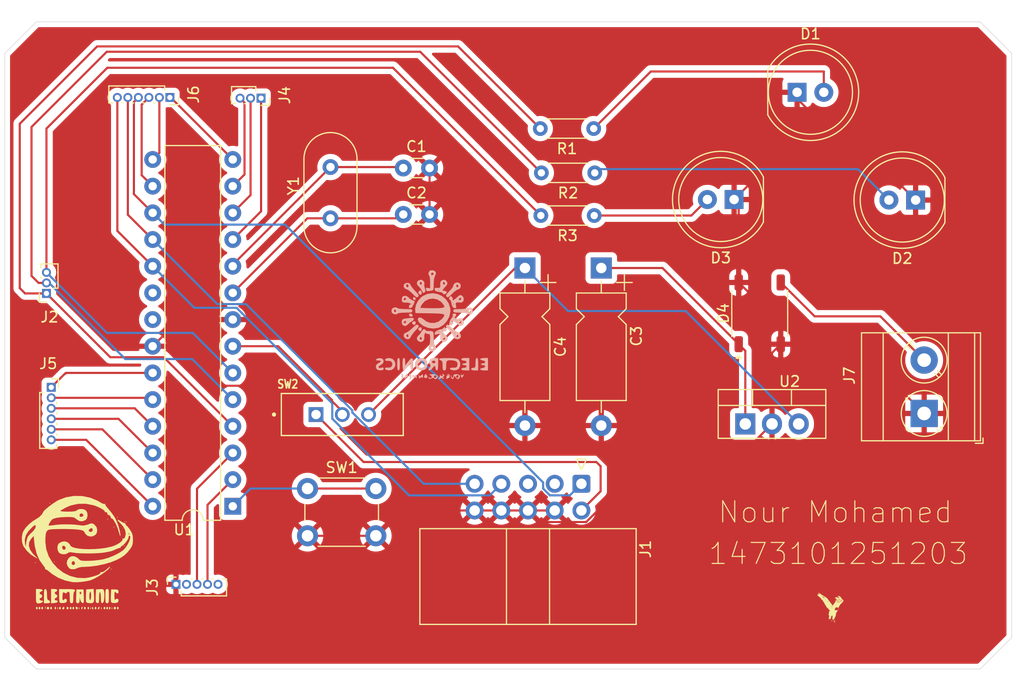
<source format=kicad_pcb>
(kicad_pcb (version 20240108) (generator "pcbnew") (generator_version "8.0")
  (title_block (title "${title}") (date "2025-03-10") (rev "${version}") (company "${author}"))
  (layers (0 "F.Cu" signal) (31 "B.Cu" signal) (34 "B.Paste" user) (35 "F.Paste" user) (36 "B.SilkS" user "B.Silkscreen") (37 "F.SilkS" user "F.Silkscreen") (38 "B.Mask" user) (39 "F.Mask" user) (44 "Edge.Cuts" user))
  (property "Id" "1473101251203")
  (property "author" "Nour Mohamed")
  (property "title" "ATMEGA328P")
  (property "version" "V1.0")
  (net 0 "")
  (net 1 "GND")
  (net 2 "/Crystal2")
  (net 3 "/Crystal1")
  (net 4 "/VCC")
  (net 5 "/O{slash}P Power")
  (net 6 "Net-(D1-A)")
  (net 7 "Net-(D2-A)")
  (net 8 "Net-(D3-A)")
  (net 9 "Net-(J7-Pin_2)")
  (net 11 "/MOSI")
  (net 12 "/MISO")
  (net 13 "/SCK")
  (net 15 "/USB_power")
  (net 16 "/LED1")
  (net 17 "/LED2")
  (net 18 "/LED3")
  (net 20 "/RX")
  (net 22 "/TX")
  (net 23 "Net-(J4-Pin_1)")
  (net 24 "Net-(J4-Pin_2)")
  (net 25 "Net-(J4-Pin_3)")
  (net 26 "Net-(J5-Pin_1)")
  (net 27 "Net-(J5-Pin_6)")
  (net 28 "Net-(J5-Pin_4)")
  (net 29 "Net-(J5-Pin_2)")
  (net 30 "Net-(J5-Pin_3)")
  (net 31 "Net-(J5-Pin_5)")
  (net 32 "Net-(J6-Pin_1)")
  (net 33 "Net-(J6-Pin_3)")
  (net 34 "Net-(J6-Pin_2)")
  (net 35 "/RESET")
  (net 36 "+5V")
  (footprint "LED_THT:LED_D8.0mm" (layer "F.Cu") (at 170.942 79.6544)
    (property "Reference" "D1" (at 1.27 -5.56 0) (layer "F.SilkS"))
    (property "Value" "LED")
    (pad "1" thru_hole rect (at 0 0) (size 1.8 1.8) (drill 0.9) (layers "*.Cu" "*.Mask") (net 1 "GND"))
    (pad "2" thru_hole circle (at 2.54 0) (size 1.8 1.8) (drill 0.9) (layers "*.Cu" "*.Mask") (net 6 "Net-(D1-A)"))
  )
  (footprint "Capacitor_THT:CP_Axial_L10.0mm_D4.5mm_P15.00mm_Horizontal" (layer "F.Cu") (at 145.0455 96.386 -90)
    (property "Reference" "C4" (at 7.5 -3.37 90) (layer "F.SilkS"))
    (property "Value" "C_Polarized")
    (pad "1" thru_hole rect (at 0 0 270) (size 2 2) (drill 1) (layers "*.Cu" "*.Mask") (net 5 "/O{slash}P Power"))
    (pad "2" thru_hole oval (at 15 0 270) (size 2 2) (drill 1) (layers "*.Cu" "*.Mask") (net 1 "GND"))
  )
  (footprint "Connector_PinSocket_1.00mm:PinSocket_1x06_P1.00mm_Vertical" (layer "F.Cu") (at 99.9744 107.7468)
    (property "Reference" "J5" (at -0.29 -2.25 360) (layer "F.SilkS"))
    (property "Value" "PORTC")
    (pad "1" thru_hole rect (at 0 0) (size 0.85 0.85) (drill 0.5) (layers "*.Cu" "*.Mask") (net 26 "Net-(J5-Pin_1)"))
    (pad "2" thru_hole oval (at 0 1) (size 0.85 0.85) (drill 0.5) (layers "*.Cu" "*.Mask") (net 29 "Net-(J5-Pin_2)"))
    (pad "3" thru_hole oval (at 0 2) (size 0.85 0.85) (drill 0.5) (layers "*.Cu" "*.Mask") (net 30 "Net-(J5-Pin_3)"))
    (pad "4" thru_hole oval (at 0 3) (size 0.85 0.85) (drill 0.5) (layers "*.Cu" "*.Mask") (net 28 "Net-(J5-Pin_4)"))
    (pad "5" thru_hole oval (at 0 4) (size 0.85 0.85) (drill 0.5) (layers "*.Cu" "*.Mask") (net 31 "Net-(J5-Pin_5)"))
    (pad "6" thru_hole oval (at 0 5) (size 0.85 0.85) (drill 0.5) (layers "*.Cu" "*.Mask") (net 27 "Net-(J5-Pin_6)"))
  )
  (footprint "Resistor_THT:R_Axial_DIN0204_L3.6mm_D1.6mm_P5.08mm_Horizontal" (layer "F.Cu") (at 151.5872 83.1088 180)
    (property "Reference" "R1" (at 2.54 -1.92 360) (layer "F.SilkS"))
    (property "Value" "R")
    (pad "1" thru_hole circle (at 0 0 180) (size 1.4 1.4) (drill 0.7) (layers "*.Cu" "*.Mask") (net 6 "Net-(D1-A)"))
    (pad "2" thru_hole oval (at 5.08 0 180) (size 1.4 1.4) (drill 0.7) (layers "*.Cu" "*.Mask") (net 16 "/LED1"))
  )
  (footprint "logos:Electronics2" (layer "F.Cu") (at 102.4128 123.1392)
    (property "Reference" "G***" (hide yes))
    (property "Value" "LOGO" (hide yes))
  )
  (footprint "logos:eagle" (layer "F.Cu") (at 174.1932 128.6764)
    (property "Reference" "G***" (hide yes))
    (property "Value" "LOGO" (hide yes))
  )
  (footprint "LED_THT:LED_D8.0mm" (layer "F.Cu") (at 164.9476 89.8652 180)
    (property "Reference" "D3" (at 1.27 -5.56 360) (layer "F.SilkS"))
    (property "Value" "LED")
    (pad "1" thru_hole rect (at 0 0 180) (size 1.8 1.8) (drill 0.9) (layers "*.Cu" "*.Mask") (net 1 "GND"))
    (pad "2" thru_hole circle (at 2.54 0 180) (size 1.8 1.8) (drill 0.9) (layers "*.Cu" "*.Mask") (net 8 "Net-(D3-A)"))
  )
  (footprint "LED_THT:LED_D8.0mm" (layer "F.Cu") (at 182.2196 89.916 180)
    (property "Reference" "D2" (at 1.27 -5.56 360) (layer "F.SilkS"))
    (property "Value" "LED")
    (pad "1" thru_hole rect (at 0 0 180) (size 1.8 1.8) (drill 0.9) (layers "*.Cu" "*.Mask") (net 1 "GND"))
    (pad "2" thru_hole circle (at 2.54 0 180) (size 1.8 1.8) (drill 0.9) (layers "*.Cu" "*.Mask") (net 7 "Net-(D2-A)"))
  )
  (footprint "Resistor_THT:R_Axial_DIN0204_L3.6mm_D1.6mm_P5.08mm_Horizontal" (layer "F.Cu") (at 151.6888 87.3252 180)
    (property "Reference" "R2" (at 2.54 -1.92 360) (layer "F.SilkS"))
    (property "Value" "R")
    (pad "1" thru_hole circle (at 0 0 180) (size 1.4 1.4) (drill 0.7) (layers "*.Cu" "*.Mask") (net 7 "Net-(D2-A)"))
    (pad "2" thru_hole oval (at 5.08 0 180) (size 1.4 1.4) (drill 0.7) (layers "*.Cu" "*.Mask") (net 17 "/LED2"))
  )
  (footprint "Package_SO:TSSOP-4_4.4x5mm_P4mm" (layer "F.Cu") (at 167.386 100.7013 90)
    (property "Reference" "D4" (at 0 -3.45 90) (layer "F.SilkS"))
    (property "Value" "MDB10S")
    (pad "1" smd roundrect (at -2.9375 -2 90) (size 1.525 0.8) (layers "F.Cu" "F.Paste" "F.Mask") (net 4 "/VCC"))
    (pad "2" smd roundrect (at -2.9375 2 90) (size 1.525 0.8) (layers "F.Cu" "F.Paste" "F.Mask") (net 1 "GND"))
    (pad "3" smd roundrect (at 2.9375 2 90) (size 1.525 0.8) (layers "F.Cu" "F.Paste" "F.Mask") (net 9 "Net-(J7-Pin_2)"))
    (pad "4" smd roundrect (at 2.9375 -2 90) (size 1.525 0.8) (layers "F.Cu" "F.Paste" "F.Mask") (net 1 "GND"))
  )
  (footprint "Connector_PinSocket_1.00mm:PinSocket_1x05_P1.00mm_Vertical" (layer "F.Cu") (at 111.8428 126.5068 90)
    (property "Reference" "J3" (at -0.29 -2.25 90) (layer "F.SilkS"))
    (property "Value" "Conn_01x05_Socket")
    (pad "1" thru_hole rect (at 0 0 90) (size 0.85 0.85) (drill 0.5) (layers "*.Cu" "*.Mask") (net 1 "GND"))
    (pad "2" thru_hole oval (at 0 1 90) (size 0.85 0.85) (drill 0.5) (layers "*.Cu" "*.Mask"))
    (pad "3" thru_hole oval (at 0 2 90) (size 0.85 0.85) (drill 0.5) (layers "*.Cu" "*.Mask") (net 22 "/TX"))
    (pad "4" thru_hole oval (at 0 3 90) (size 0.85 0.85) (drill 0.5) (layers "*.Cu" "*.Mask") (net 20 "/RX"))
    (pad "5" thru_hole oval (at 0 4 90) (size 0.85 0.85) (drill 0.5) (layers "*.Cu" "*.Mask"))
  )
  (footprint "SPDT_snapeda:SW_MINI-SPDT-SW" (layer "F.Cu") (at 127.6681 110.3376)
    (property "Reference" "SW2" (at -5.1893 -2.8956 0) (layer "F.SilkS") (effects (font (size 0.8 0.64))))
    (property "Value" "SW_SPDT")
    (pad "1" thru_hole rect (at -2.5 0) (size 1.408 1.408) (drill 0.9) (layers "*.Cu" "*.Mask") (net 15 "/USB_power"))
    (pad "2" thru_hole circle (at 0 0) (size 1.408 1.408) (drill 0.9) (layers "*.Cu" "*.Mask") (net 36 "+5V"))
    (pad "3" thru_hole circle (at 2.5 0) (size 1.408 1.408) (drill 0.9) (layers "*.Cu" "*.Mask") (net 5 "/O{slash}P Power"))
  )
  (footprint "Capacitor_THT:C_Disc_D3.0mm_W1.6mm_P2.50mm" (layer "F.Cu") (at 133.4716 91.2876)
    (property "Reference" "C2" (at 1.25 -2.05 360) (layer "F.SilkS"))
    (property "Value" "20pf")
    (pad "1" thru_hole circle (at 0 0) (size 1.6 1.6) (drill 0.8) (layers "*.Cu" "*.Mask") (net 3 "/Crystal1"))
    (pad "2" thru_hole circle (at 2.5 0) (size 1.6 1.6) (drill 0.8) (layers "*.Cu" "*.Mask") (net 1 "GND"))
  )
  (footprint "Capacitor_THT:CP_Axial_L10.0mm_D4.5mm_P15.00mm_Horizontal" (layer "F.Cu") (at 152.3099 96.386 -90)
    (property "Reference" "C3" (at 6.484 -3.3413 90) (layer "F.SilkS"))
    (property "Value" "C_Polarized")
    (pad "1" thru_hole rect (at 0 0 270) (size 2 2) (drill 1) (layers "*.Cu" "*.Mask") (net 4 "/VCC"))
    (pad "2" thru_hole oval (at 15 0 270) (size 2 2) (drill 1) (layers "*.Cu" "*.Mask") (net 1 "GND"))
  )
  (footprint "Package_DIP:DIP-28_W7.62mm" (layer "F.Cu") (at 117.2464 119.0752 180)
    (property "Reference" "U1" (at 4.6228 -2.2352 360) (layer "F.SilkS"))
    (property "Value" "ATmega328-P")
    (pad "1" thru_hole rect (at 0 0 180) (size 1.6 1.6) (drill 0.8) (layers "*.Cu" "*.Mask") (net 35 "/RESET"))
    (pad "2" thru_hole oval (at 0 2.54 180) (size 1.6 1.6) (drill 0.8) (layers "*.Cu" "*.Mask") (net 20 "/RX"))
    (pad "3" thru_hole oval (at 0 5.08 180) (size 1.6 1.6) (drill 0.8) (layers "*.Cu" "*.Mask") (net 22 "/TX"))
    (pad "4" thru_hole oval (at 0 7.62 180) (size 1.6 1.6) (drill 0.8) (layers "*.Cu" "*.Mask") (net 16 "/LED1"))
    (pad "5" thru_hole oval (at 0 10.16 180) (size 1.6 1.6) (drill 0.8) (layers "*.Cu" "*.Mask") (net 17 "/LED2"))
    (pad "6" thru_hole oval (at 0 12.7 180) (size 1.6 1.6) (drill 0.8) (layers "*.Cu" "*.Mask") (net 18 "/LED3"))
    (pad "7" thru_hole oval (at 0 15.24 180) (size 1.6 1.6) (drill 0.8) (layers "*.Cu" "*.Mask") (net 36 "+5V"))
    (pad "8" thru_hole oval (at 0 17.78 180) (size 1.6 1.6) (drill 0.8) (layers "*.Cu" "*.Mask") (net 1 "GND"))
    (pad "9" thru_hole oval (at 0 20.32 180) (size 1.6 1.6) (drill 0.8) (layers "*.Cu" "*.Mask") (net 3 "/Crystal1"))
    (pad "10" thru_hole oval (at 0 22.86 180) (size 1.6 1.6) (drill 0.8) (layers "*.Cu" "*.Mask") (net 2 "/Crystal2"))
    (pad "11" thru_hole oval (at 0 25.4 180) (size 1.6 1.6) (drill 0.8) (layers "*.Cu" "*.Mask") (net 23 "Net-(J4-Pin_1)"))
    (pad "12" thru_hole oval (at 0 27.94 180) (size 1.6 1.6) (drill 0.8) (layers "*.Cu" "*.Mask") (net 24 "Net-(J4-Pin_2)"))
    (pad "13" thru_hole oval (at 0 30.48 180) (size 1.6 1.6) (drill 0.8) (layers "*.Cu" "*.Mask") (net 25 "Net-(J4-Pin_3)"))
    (pad "14" thru_hole oval (at 0 33.02 180) (size 1.6 1.6) (drill 0.8) (layers "*.Cu" "*.Mask") (net 32 "Net-(J6-Pin_1)"))
    (pad "15" thru_hole oval (at 7.62 33.02 180) (size 1.6 1.6) (drill 0.8) (layers "*.Cu" "*.Mask") (net 34 "Net-(J6-Pin_2)"))
    (pad "16" thru_hole oval (at 7.62 30.48 180) (size 1.6 1.6) (drill 0.8) (layers "*.Cu" "*.Mask") (net 33 "Net-(J6-Pin_3)"))
    (pad "17" thru_hole oval (at 7.62 27.94 180) (size 1.6 1.6) (drill 0.8) (layers "*.Cu" "*.Mask") (net 11 "/MOSI"))
    (pad "18" thru_hole oval (at 7.62 25.4 180) (size 1.6 1.6) (drill 0.8) (layers "*.Cu" "*.Mask") (net 12 "/MISO"))
    (pad "19" thru_hole oval (at 7.62 22.86 180) (size 1.6 1.6) (drill 0.8) (layers "*.Cu" "*.Mask") (net 13 "/SCK"))
    (pad "20" thru_hole oval (at 7.62 20.32 180) (size 1.6 1.6) (drill 0.8) (layers "*.Cu" "*.Mask"))
    (pad "21" thru_hole oval (at 7.62 17.78 180) (size 1.6 1.6) (drill 0.8) (layers "*.Cu" "*.Mask"))
    (pad "22" thru_hole oval (at 7.62 15.24 180) (size 1.6 1.6) (drill 0.8) (layers "*.Cu" "*.Mask") (net 1 "GND"))
    (pad "23" thru_hole oval (at 7.62 12.7 180) (size 1.6 1.6) (drill 0.8) (layers "*.Cu" "*.Mask") (net 26 "Net-(J5-Pin_1)"))
    (pad "24" thru_hole oval (at 7.62 10.16 180) (size 1.6 1.6) (drill 0.8) (layers "*.Cu" "*.Mask") (net 29 "Net-(J5-Pin_2)"))
    (pad "25" thru_hole oval (at 7.62 7.62 180) (size 1.6 1.6) (drill 0.8) (layers "*.Cu" "*.Mask") (net 30 "Net-(J5-Pin_3)"))
    (pad "26" thru_hole oval (at 7.62 5.08 180) (size 1.6 1.6) (drill 0.8) (layers "*.Cu" "*.Mask") (net 28 "Net-(J5-Pin_4)"))
    (pad "27" thru_hole oval (at 7.62 2.54 180) (size 1.6 1.6) (drill 0.8) (layers "*.Cu" "*.Mask") (net 31 "Net-(J5-Pin_5)"))
    (pad "28" thru_hole oval (at 7.62 0 180) (size 1.6 1.6) (drill 0.8) (layers "*.Cu" "*.Mask") (net 27 "Net-(J5-Pin_6)"))
  )
  (footprint "TerminalBlock_Phoenix:TerminalBlock_Phoenix_MKDS-3-2-5.08_1x02_P5.08mm_Horizontal" (layer "F.Cu") (at 183.0324 110.236 90)
    (property "Reference" "J7" (at 3.6068 -7.112 90) (layer "F.SilkS"))
    (property "Value" "Screw_Terminal_01x02")
    (pad "1" thru_hole rect (at 0 0 90) (size 2.6 2.6) (drill 1.3) (layers "*.Cu" "*.Mask") (net 1 "GND"))
    (pad "2" thru_hole circle (at 5.08 0 90) (size 2.6 2.6) (drill 1.3) (layers "*.Cu" "*.Mask") (net 9 "Net-(J7-Pin_2)"))
  )
  (footprint "Resistor_THT:R_Axial_DIN0204_L3.6mm_D1.6mm_P5.08mm_Horizontal" (layer "F.Cu") (at 151.638 91.3892 180)
    (property "Reference" "R3" (at 2.54 -1.92 360) (layer "F.SilkS"))
    (property "Value" "R")
    (pad "1" thru_hole circle (at 0 0 180) (size 1.4 1.4) (drill 0.7) (layers "*.Cu" "*.Mask") (net 8 "Net-(D3-A)"))
    (pad "2" thru_hole oval (at 5.08 0 180) (size 1.4 1.4) (drill 0.7) (layers "*.Cu" "*.Mask") (net 18 "/LED3"))
  )
  (footprint "Button_Switch_THT:SW_PUSH_6mm_H4.3mm" (layer "F.Cu") (at 124.3596 117.384)
    (property "Reference" "SW1" (at 3.25 -2 0) (layer "F.SilkS"))
    (property "Value" "SW_Push")
    (pad "1" thru_hole circle (at 0 0 90) (size 2 2) (drill 1.1) (layers "*.Cu" "*.Mask") (net 35 "/RESET"))
    (pad "1" thru_hole circle (at 6.5 0 90) (size 2 2) (drill 1.1) (layers "*.Cu" "*.Mask") (net 35 "/RESET"))
    (pad "2" thru_hole circle (at 0 4.5 90) (size 2 2) (drill 1.1) (layers "*.Cu" "*.Mask") (net 1 "GND"))
    (pad "2" thru_hole circle (at 6.5 4.5 90) (size 2 2) (drill 1.1) (layers "*.Cu" "*.Mask") (net 1 "GND"))
  )
  (footprint "Connector_PinSocket_1.00mm:PinSocket_1x03_P1.00mm_Vertical" (layer "F.Cu") (at 99.5172 98.806 180)
    (property "Reference" "J2" (at -0.29 -2.25 360) (layer "F.SilkS"))
    (property "Value" "PORTD1")
    (pad "1" thru_hole rect (at 0 0 180) (size 0.85 0.85) (drill 0.5) (layers "*.Cu" "*.Mask") (net 16 "/LED1"))
    (pad "2" thru_hole oval (at 0 1 180) (size 0.85 0.85) (drill 0.5) (layers "*.Cu" "*.Mask") (net 17 "/LED2"))
    (pad "3" thru_hole oval (at 0 2 180) (size 0.85 0.85) (drill 0.5) (layers "*.Cu" "*.Mask") (net 18 "/LED3"))
  )
  (footprint "Connector_IDC:IDC-Header_2x05_P2.54mm_Horizontal" (layer "F.Cu") (at 150.4188 116.9337 -90)
    (property "Reference" "J1" (at 6.215 -6.1 90) (layer "F.SilkS"))
    (property "Value" "AVR-ISP-10")
    (pad "1" thru_hole roundrect (at 0 0 270) (size 1.7 1.7) (drill 1) (layers "*.Cu" "*.Mask") (roundrect_rratio 0.147059) (net 11 "/MOSI"))
    (pad "2" thru_hole circle (at 2.54 0 270) (size 1.7 1.7) (drill 1) (layers "*.Cu" "*.Mask") (net 15 "/USB_power"))
    (pad "3" thru_hole circle (at 0 2.54 270) (size 1.7 1.7) (drill 1) (layers "*.Cu" "*.Mask"))
    (pad "4" thru_hole circle (at 2.54 2.54 270) (size 1.7 1.7) (drill 1) (layers "*.Cu" "*.Mask") (net 1 "GND"))
    (pad "5" thru_hole circle (at 0 5.08 270) (size 1.7 1.7) (drill 1) (layers "*.Cu" "*.Mask"))
    (pad "6" thru_hole circle (at 2.54 5.08 270) (size 1.7 1.7) (drill 1) (layers "*.Cu" "*.Mask") (net 1 "GND"))
    (pad "7" thru_hole circle (at 0 7.62 270) (size 1.7 1.7) (drill 1) (layers "*.Cu" "*.Mask") (net 13 "/SCK"))
    (pad "8" thru_hole circle (at 2.54 7.62 270) (size 1.7 1.7) (drill 1) (layers "*.Cu" "*.Mask") (net 1 "GND"))
    (pad "9" thru_hole circle (at 0 10.16 270) (size 1.7 1.7) (drill 1) (layers "*.Cu" "*.Mask") (net 12 "/MISO"))
    (pad "10" thru_hole circle (at 2.54 10.16 270) (size 1.7 1.7) (drill 1) (layers "*.Cu" "*.Mask") (net 1 "GND"))
  )
  (footprint "Connector_PinSocket_1.00mm:PinSocket_1x03_P1.00mm_Vertical" (layer "F.Cu") (at 119.9388 80.2132 -90)
    (property "Reference" "J4" (at -0.29 -2.25 90) (layer "F.SilkS"))
    (property "Value" "PORTD2")
    (pad "1" thru_hole rect (at 0 0 270) (size 0.85 0.85) (drill 0.5) (layers "*.Cu" "*.Mask") (net 23 "Net-(J4-Pin_1)"))
    (pad "2" thru_hole oval (at 0 1 270) (size 0.85 0.85) (drill 0.5) (layers "*.Cu" "*.Mask") (net 24 "Net-(J4-Pin_2)"))
    (pad "3" thru_hole oval (at 0 2 270) (size 0.85 0.85) (drill 0.5) (layers "*.Cu" "*.Mask") (net 25 "Net-(J4-Pin_3)"))
  )
  (footprint "Package_TO_SOT_THT:TO-220-3_Vertical" (layer "F.Cu") (at 166.0144 111.2318)
    (property "Reference" "U2" (at 4.2164 -4.0438 360) (layer "F.SilkS"))
    (property "Value" "LM7805_TO220")
    (pad "1" thru_hole rect (at 0 0) (size 1.905 2) (drill 1.1) (layers "*.Cu" "*.Mask") (net 4 "/VCC"))
    (pad "2" thru_hole oval (at 2.54 0) (size 1.905 2) (drill 1.1) (layers "*.Cu" "*.Mask") (net 1 "GND"))
    (pad "3" thru_hole oval (at 5.08 0) (size 1.905 2) (drill 1.1) (layers "*.Cu" "*.Mask") (net 5 "/O{slash}P Power"))
  )
  (footprint "Crystal:Crystal_HC49-4H_Vertical" (layer "F.Cu") (at 126.5428 91.6548 90)
    (property "Reference" "Y1" (at 3.1104 -3.525 90) (layer "F.SilkS"))
    (property "Value" "Crystal")
    (pad "1" thru_hole circle (at 0 0 90) (size 1.5 1.5) (drill 0.8) (layers "*.Cu" "*.Mask") (net 3 "/Crystal1"))
    (pad "2" thru_hole circle (at 4.88 0 90) (size 1.5 1.5) (drill 0.8) (layers "*.Cu" "*.Mask") (net 2 "/Crystal2"))
  )
  (footprint "Capacitor_THT:C_Disc_D3.0mm_W1.6mm_P2.50mm" (layer "F.Cu") (at 133.4716 86.868)
    (property "Reference" "C1" (at 1.25 -2.05 360) (layer "F.SilkS"))
    (property "Value" "20pf")
    (pad "1" thru_hole circle (at 0 0) (size 1.6 1.6) (drill 0.8) (layers "*.Cu" "*.Mask") (net 2 "/Crystal2"))
    (pad "2" thru_hole circle (at 2.5 0) (size 1.6 1.6) (drill 0.8) (layers "*.Cu" "*.Mask") (net 1 "GND"))
  )
  (footprint "Connector_PinSocket_1.00mm:PinSocket_1x06_P1.00mm_Vertical" (layer "F.Cu") (at 111.2628 80.1476 -90)
    (property "Reference" "J6" (at -0.29 -2.25 90) (layer "F.SilkS"))
    (property "Value" "PORTA")
    (pad "1" thru_hole rect (at 0 0 270) (size 0.85 0.85) (drill 0.5) (layers "*.Cu" "*.Mask") (net 32 "Net-(J6-Pin_1)"))
    (pad "2" thru_hole oval (at 0 1 270) (size 0.85 0.85) (drill 0.5) (layers "*.Cu" "*.Mask") (net 34 "Net-(J6-Pin_2)"))
    (pad "3" thru_hole oval (at 0 2 270) (size 0.85 0.85) (drill 0.5) (layers "*.Cu" "*.Mask") (net 33 "Net-(J6-Pin_3)"))
    (pad "4" thru_hole oval (at 0 3 270) (size 0.85 0.85) (drill 0.5) (layers "*.Cu" "*.Mask") (net 11 "/MOSI"))
    (pad "5" thru_hole oval (at 0 4 270) (size 0.85 0.85) (drill 0.5) (layers "*.Cu" "*.Mask") (net 12 "/MISO"))
    (pad "6" thru_hole oval (at 0 5 270) (size 0.85 0.85) (drill 0.5) (layers "*.Cu" "*.Mask") (net 13 "/SCK"))
  )
  (footprint "logos:Electronics" (layer "B.Cu") (at 136.1948 101.9048 180)
    (property "Reference" "G***" (hide yes))
    (property "Value" "LOGO" (hide yes))
  )
  (gr_line (start 188.3636 72.9488) (end 98.5548 72.9488) (stroke (width 0.05)) (layer "Edge.Cuts"))
  (gr_line (start 98.5548 72.9488) (end 95.5548 75.9488) (stroke (width 0.05)) (layer "Edge.Cuts"))
  (gr_line (start 95.5548 75.9488) (end 95.5548 131.5692) (stroke (width 0.05)) (layer "Edge.Cuts"))
  (gr_line (start 191.3636 75.9488) (end 191.3636 131.5692) (stroke (width 0.05)) (layer "Edge.Cuts"))
  (gr_line (start 188.3636 134.5692) (end 98.5548 134.5692) (stroke (width 0.05)) (layer "Edge.Cuts"))
  (gr_line (start 188.3636 72.9488) (end 191.3636 75.9488) (stroke (width 0.05)) (layer "Edge.Cuts"))
  (gr_line (start 95.5548 131.5692) (end 98.5548 134.5692) (stroke (width 0.05)) (layer "Edge.Cuts"))
  (gr_line (start 191.3636 131.5692) (end 188.3636 134.5692) (stroke (width 0.05)) (layer "Edge.Cuts"))
  (gr_text "${Id}" (at 162.4076 124.7648 0) (layer "F.SilkS") (effects (font (size 2 2) (thickness 0.1)) (justify left bottom)))
  (gr_text "${author}" (at 163.322 120.8024 0) (layer "F.SilkS") (effects (font (size 2 2) (thickness 0.1)) (justify left bottom)))
  (segment (start 140.2588 119.4737) (end 133.2699 119.4737) (width 0.2) (layer "F.Cu") (net 1))
  (segment (start 178.7652 86.6648) (end 177.3428 86.6648) (width 0.2) (layer "F.Cu") (net 1))
  (segment (start 132.1616 95.0976) (end 130.2004 95.0976) (width 0.2) (layer "F.Cu") (net 1))
  (segment (start 168.5544 111.2318) (end 168.5544 104.4704) (width 0.2) (layer "F.Cu") (net 1))
  (segment (start 146.4388 120.5737) (end 150.874435 120.5737) (width 0.2) (layer "F.Cu") (net 1))
  (segment (start 124.0028 101.2952) (end 117.2464 101.2952) (width 0.2) (layer "F.Cu") (net 1))
  (segment (start 169.386 101.7638) (end 165.386 97.7638) (width 0.2) (layer "F.Cu") (net 1))
  (segment (start 145.3388 119.4737) (end 147.8788 119.4737) (width 0.2) (layer "F.Cu") (net 1))
  (segment (start 119.5324 117.0568) (end 119.5324 108.3056) (width 0.2) (layer "F.Cu") (net 1))
  (segment (start 153.3144 115.6024) (end 149.098 111.386) (width 0.2) (layer "F.Cu") (net 1))
  (segment (start 164.1838 115.6024) (end 153.3144 115.6024) (width 0.2) (layer "F.Cu") (net 1))
  (segment (start 124.3596 121.884) (end 130.8596 121.884) (width 0.2) (layer "F.Cu") (net 1))
  (segment (start 150.874435 120.5737) (end 153.3144 118.133735) (width 0.2) (layer "F.Cu") (net 1))
  (segment (start 149.098 111.386) (end 152.3099 111.386) (width 0.2) (layer "F.Cu") (net 1))
  (segment (start 119.5324 108.3056) (end 118.8212 107.5944) (width 0.2) (layer "F.Cu") (net 1))
  (segment (start 135.9716 86.868) (end 135.9716 91.2876) (width 0.2) (layer "F.Cu") (net 1))
  (segment (start 170.942 83.8708) (end 164.9476 89.8652) (width 0.2) (layer "F.Cu") (net 1))
  (segment (start 170.942 79.6544) (end 170.942 83.8708) (width 0.2) (layer "F.Cu") (net 1))
  (segment (start 153.3144 118.133735) (end 153.3144 115.6024) (width 0.2) (layer "F.Cu") (net 1))
  (segment (start 183.0324 110.236) (end 180.9496 108.1532) (width 0.2) (layer "F.Cu") (net 1))
  (segment (start 124.3596 121.884) (end 119.5324 117.0568) (width 0.2) (layer "F.Cu") (net 1))
  (segment (start 168.5544 104.4704) (end 169.386 103.6388) (width 0.2) (layer "F.Cu") (net 1))
  (segment (start 180.9496 108.1532) (end 175.6664 108.1532) (width 0.2) (layer "F.Cu") (net 1))
  (segment (start 171.152 103.6388) (end 169.386 103.6388) (width 0.2) (layer "F.Cu") (net 1))
  (segment (start 111.4044 103.8352) (end 109.6264 103.8352) (width 0.2) (layer "F.Cu") (net 1))
  (segment (start 168.5544 111.2318) (end 164.1838 115.6024) (width 0.2) (layer "F.Cu") (net 1))
  (segment (start 111.8428 126.5068) (end 111.8428 127.7432) (width 0.2) (layer "F.Cu") (net 1))
  (segment (start 169.386 103.6388) (end 169.386 101.7638) (width 0.2) (layer "F.Cu") (net 1))
  (segment (start 142.7988 119.4737) (end 145.3388 119.4737) (width 0.2) (layer "F.Cu") (net 1))
  (segment (start 182.2196 89.916) (end 178.8668 86.5632) (width 0.2) (layer "F.Cu") (net 1))
  (segment (start 177.3428 86.6648) (end 170.942 80.264) (width 0.2) (layer "F.Cu") (net 1))
  (segment (start 178.8668 86.5632) (end 178.7652 86.6648) (width 0.2) (layer "F.Cu") (net 1))
  (segment (start 140.2588 119.4737) (end 142.7988 119.4737) (width 0.2) (layer "F.Cu") (net 1))
  (segment (start 112.4204 128.3208) (end 117.9228 128.3208) (width 0.2) (layer "F.Cu") (net 1))
  (segment (start 145.0455 111.386) (end 149.098 111.386) (width 0.2) (layer "F.Cu") (net 1))
  (segment (start 145.3388 119.4737) (end 146.4388 120.5737) (width 0.2) (layer "F.Cu") (net 1))
  (segment (start 112.1664 101.2952) (end 109.6264 103.8352) (width 0.2) (layer "F.Cu") (net 1))
  (segment (start 118.8212 107.5944) (end 115.1636 107.5944) (width 0.2) (layer "F.Cu") (net 1))
  (segment (start 117.2464 101.2952) (end 112.1664 101.2952) (width 0.2) (layer "F.Cu") (net 1))
  (segment (start 165.386 97.7638) (end 165.386 90.3036) (width 0.2) (layer "F.Cu") (net 1))
  (segment (start 135.9716 91.2876) (end 132.1616 95.0976) (width 0.2) (layer "F.Cu") (net 1))
  (segment (start 117.9228 128.3208) (end 124.3596 121.884) (width 0.2) (layer "F.Cu") (net 1))
  (segment (start 111.8428 127.7432) (end 112.4204 128.3208) (width 0.2) (layer "F.Cu") (net 1))
  (segment (start 133.2699 119.4737) (end 130.8596 121.884) (width 0.2) (layer "F.Cu") (net 1))
  (segment (start 130.2004 95.0976) (end 124.0028 101.2952) (width 0.2) (layer "F.Cu") (net 1))
  (segment (start 175.6664 108.1532) (end 171.152 103.6388) (width 0.2) (layer "F.Cu") (net 1))
  (segment (start 115.1636 107.5944) (end 111.4044 103.8352) (width 0.2) (layer "F.Cu") (net 1))
  (segment (start 165.386 90.3036) (end 164.9476 89.8652) (width 0.2) (layer "F.Cu") (net 1))
  (segment (start 170.942 80.264) (end 170.942 79.6544) (width 0.2) (layer "F.Cu") (net 1))
  (segment (start 133.3784 86.7748) (end 133.4716 86.868) (width 0.2) (layer "F.Cu") (net 2))
  (segment (start 126.5428 86.7748) (end 133.3784 86.7748) (width 0.2) (layer "F.Cu") (net 2))
  (segment (start 126.5428 86.7748) (end 117.2464 96.0712) (width 0.2) (layer "F.Cu") (net 2))
  (segment (start 117.2464 96.0712) (end 117.2464 96.2152) (width 0.2) (layer "F.Cu") (net 2))
  (segment (start 133.1044 91.6548) (end 133.4716 91.2876) (width 0.2) (layer "F.Cu") (net 3))
  (segment (start 126.5428 91.6548) (end 133.1044 91.6548) (width 0.2) (layer "F.Cu") (net 3))
  (segment (start 124.3468 91.6548) (end 117.2464 98.7552) (width 0.2) (layer "F.Cu") (net 3))
  (segment (start 126.5428 91.6548) (end 124.3468 91.6548) (width 0.2) (layer "F.Cu") (net 3))
  (segment (start 165.386 103.6388) (end 158.1332 96.386) (width 0.2) (layer "F.Cu") (net 4))
  (segment (start 166.0144 111.2318) (end 166.0144 104.2672) (width 0.2) (layer "F.Cu") (net 4))
  (segment (start 158.1332 96.386) (end 152.3099 96.386) (width 0.2) (layer "F.Cu") (net 4))
  (segment (start 166.0144 104.2672) (end 165.386 103.6388) (width 0.2) (layer "F.Cu") (net 4))
  (segment (start 144.1197 96.386) (end 130.1681 110.3376) (width 0.2) (layer "F.Cu") (net 5))
  (segment (start 145.0455 96.386) (end 144.1197 96.386) (width 0.2) (layer "F.Cu") (net 5))
  (segment (start 149.1419 100.4824) (end 145.0455 96.386) (width 0.2) (layer "B.Cu") (net 5))
  (segment (start 171.0944 111.2318) (end 160.345 100.4824) (width 0.2) (layer "B.Cu") (net 5))
  (segment (start 160.345 100.4824) (end 149.1419 100.4824) (width 0.2) (layer "B.Cu") (net 5))
  (segment (start 173.482 79.6544) (end 173.482 77.6732) (width 0.2) (layer "F.Cu") (net 6))
  (segment (start 157.0228 77.6732) (end 151.5872 83.1088) (width 0.2) (layer "F.Cu") (net 6))
  (segment (start 173.482 77.6732) (end 157.0228 77.6732) (width 0.2) (layer "F.Cu") (net 6))
  (segment (start 179.6796 89.916) (end 176.7332 86.9696) (width 0.2) (layer "B.Cu") (net 7))
  (segment (start 152.0444 86.9696) (end 151.6888 87.3252) (width 0.2) (layer "B.Cu") (net 7))
  (segment (start 176.7332 86.9696) (end 152.0444 86.9696) (width 0.2) (layer "B.Cu") (net 7))
  (segment (start 162.4076 89.8652) (end 160.8836 91.3892) (width 0.2) (layer "F.Cu") (net 8))
  (segment (start 160.8836 91.3892) (end 151.638 91.3892) (width 0.2) (layer "F.Cu") (net 8))
  (segment (start 178.8668 100.9904) (end 172.6126 100.9904) (width 0.2) (layer "F.Cu") (net 9))
  (segment (start 172.6126 100.9904) (end 169.386 97.7638) (width 0.2) (layer "F.Cu") (net 9))
  (segment (start 183.0324 105.156) (end 178.8668 100.9904) (width 0.2) (layer "F.Cu") (net 9))
  (segment (start 107.837801 89.346601) (end 109.6264 91.1352) (width 0.2) (layer "F.Cu") (net 11))
  (segment (start 107.837801 80.572599) (end 107.837801 89.346601) (width 0.2) (layer "F.Cu") (net 11))
  (segment (start 108.2628 80.1476) (end 107.837801 80.572599) (width 0.2) (layer "F.Cu") (net 11))
  (segment (start 146.7788 117.389335) (end 146.7788 116.8068) (width 0.2) (layer "B.Cu") (net 11))
  (segment (start 110.744 92.2528) (end 109.6264 91.1352) (width 0.2) (layer "B.Cu") (net 11))
  (segment (start 149.3188 118.0337) (end 147.423165 118.0337) (width 0.2) (layer "B.Cu") (net 11))
  (segment (start 147.423165 118.0337) (end 146.7788 117.389335) (width 0.2) (layer "B.Cu") (net 11))
  (segment (start 146.7788 116.8068) (end 122.2248 92.2528) (width 0.2) (layer "B.Cu") (net 11))
  (segment (start 150.4188 116.9337) (end 149.3188 118.0337) (width 0.2) (layer "B.Cu") (net 11))
  (segment (start 122.2248 92.2528) (end 110.744 92.2528) (width 0.2) (layer "B.Cu") (net 11))
  (segment (start 107.2628 91.3116) (end 109.6264 93.6752) (width 0.2) (layer "F.Cu") (net 12))
  (segment (start 107.2628 80.1476) (end 107.2628 91.3116) (width 0.2) (layer "F.Cu") (net 12))
  (segment (start 135.41504 116.9337) (end 128.6221 110.14076) (width 0.2) (layer "B.Cu") (net 12))
  (segment (start 118.50166 99.822) (end 115.7732 99.822) (width 0.2) (layer "B.Cu") (net 12))
  (segment (start 140.2588 116.9337) (end 135.41504 116.9337) (width 0.2) (layer "B.Cu") (net 12))
  (segment (start 115.7732 99.822) (end 109.6264 93.6752) (width 0.2) (layer "B.Cu") (net 12))
  (segment (start 128.6221 109.94244) (end 118.50166 99.822) (width 0.2) (layer "B.Cu") (net 12))
  (segment (start 128.6221 110.14076) (end 128.6221 109.94244) (width 0.2) (layer "B.Cu") (net 12))
  (segment (start 106.2628 92.8516) (end 109.6264 96.2152) (width 0.2) (layer "F.Cu") (net 13))
  (segment (start 106.2628 80.1476) (end 106.2628 92.8516) (width 0.2) (layer "F.Cu") (net 13))
  (segment (start 117.608125 100.172) (end 113.5832 100.172) (width 0.2) (layer "B.Cu") (net 13))
  (segment (start 141.6988 118.0337) (end 134.01504 118.0337) (width 0.2) (layer "B.Cu") (net 13))
  (segment (start 113.5832 100.172) (end 109.6264 96.2152) (width 0.2) (layer "B.Cu") (net 13))
  (segment (start 142.7988 116.9337) (end 141.6988 118.0337) (width 0.2) (layer "B.Cu") (net 13))
  (segment (start 126.7141 110.73276) (end 126.7141 109.277975) (width 0.2) (layer "B.Cu") (net 13))
  (segment (start 126.7141 109.277975) (end 117.608125 100.172) (width 0.2) (layer "B.Cu") (net 13))
  (segment (start 134.01504 118.0337) (end 126.7141 110.73276) (width 0.2) (layer "B.Cu") (net 13))
  (segment (start 152.2476 117.6449) (end 150.4188 119.4737) (width 0.2) (layer "F.Cu") (net 15))
  (segment (start 152.2476 115.2652) (end 152.2476 117.6449) (width 0.2) (layer "F.Cu") (net 15))
  (segment (start 129.6893 114.8588) (end 151.8412 114.8588) (width 0.2) (layer "F.Cu") (net 15))
  (segment (start 151.8412 114.8588) (end 152.2476 115.2652) (width 0.2) (layer "F.Cu") (net 15))
  (segment (start 125.1681 110.3376) (end 129.6893 114.8588) (width 0.2) (layer "F.Cu") (net 15))
  (segment (start 117.2464 111.4552) (end 110.6764 104.8852) (width 0.2) (layer "F.Cu") (net 16))
  (segment (start 104.3432 75.2856) (end 96.9772 82.6516) (width 0.2) (layer "F.Cu") (net 16))
  (segment (start 97.4852 98.806) (end 99.5172 98.806) (width 0.2) (layer "F.Cu") (net 16))
  (segment (start 96.9772 98.298) (end 97.4852 98.806) (width 0.2) (layer "F.Cu") (net 16))
  (segment (start 138.684 75.2856) (end 104.3432 75.2856) (width 0.2) (layer "F.Cu") (net 16))
  (segment (start 105.5964 104.8852) (end 99.5172 98.806) (width 0.2) (layer "F.Cu") (net 16))
  (segment (start 96.9772 82.6516) (end 96.9772 98.298) (width 0.2) (layer "F.Cu") (net 16))
  (segment (start 146.5072 83.1088) (end 138.684 75.2856) (width 0.2) (layer "F.Cu") (net 16))
  (segment (start 110.6764 104.8852) (end 105.5964 104.8852) (width 0.2) (layer "F.Cu") (net 16))
  (segment (start 98.0948 82.9564) (end 98.0948 97.1296) (width 0.2) (layer "F.Cu") (net 17))
  (segment (start 98.0948 97.1296) (end 98.7712 97.806) (width 0.2) (layer "F.Cu") (net 17))
  (segment (start 146.6088 87.3252) (end 135.0772 75.7936) (width 0.2) (layer "F.Cu") (net 17))
  (segment (start 105.2576 75.7936) (end 98.0948 82.9564) (width 0.2) (layer "F.Cu") (net 17))
  (segment (start 98.7712 97.806) (end 99.5172 97.806) (width 0.2) (layer "F.Cu") (net 17))
  (segment (start 135.0772 75.7936) (end 105.2576 75.7936) (width 0.2) (layer "F.Cu") (net 17))
  (segment (start 113.3856 105.0544) (end 117.2464 108.9152) (width 0.2) (layer "B.Cu") (net 17))
  (segment (start 99.7672 97.806) (end 107.0156 105.0544) (width 0.2) (layer "B.Cu") (net 17))
  (segment (start 99.5172 97.806) (end 99.7672 97.806) (width 0.2) (layer "B.Cu") (net 17))
  (segment (start 107.0156 105.0544) (end 113.3856 105.0544) (width 0.2) (layer "B.Cu") (net 17))
  (segment (start 99.5172 83.1088) (end 99.5172 96.806) (width 0.2) (layer "F.Cu") (net 18))
  (segment (start 146.558 91.3892) (end 132.4864 77.3176) (width 0.2) (layer "F.Cu") (net 18))
  (segment (start 105.3084 77.3176) (end 99.5172 83.1088) (width 0.2) (layer "F.Cu") (net 18))
  (segment (start 132.4864 77.3176) (end 105.3084 77.3176) (width 0.2) (layer "F.Cu") (net 18))
  (segment (start 105.2764 102.5652) (end 113.4364 102.5652) (width 0.2) (layer "B.Cu") (net 18))
  (segment (start 99.5172 96.806) (end 105.2764 102.5652) (width 0.2) (layer "B.Cu") (net 18))
  (segment (start 113.4364 102.5652) (end 117.2464 106.3752) (width 0.2) (layer "B.Cu") (net 18))
  (segment (start 114.8428 118.9388) (end 117.2464 116.5352) (width 0.2) (layer "F.Cu") (net 20))
  (segment (start 114.8428 126.5068) (end 114.8428 118.9388) (width 0.2) (layer "F.Cu") (net 20))
  (segment (start 113.8428 126.5068) (end 113.8428 117.3988) (width 0.2) (layer "F.Cu") (net 22))
  (segment (start 113.8428 117.3988) (end 117.2464 113.9952) (width 0.2) (layer "F.Cu") (net 22))
  (segment (start 119.9388 90.9828) (end 117.2464 93.6752) (width 0.2) (layer "F.Cu") (net 23))
  (segment (start 119.9388 80.2132) (end 119.9388 90.9828) (width 0.2) (layer "F.Cu") (net 23))
  (segment (start 118.9388 89.4428) (end 117.2464 91.1352) (width 0.2) (layer "F.Cu") (net 24))
  (segment (start 118.9388 80.2132) (end 118.9388 89.4428) (width 0.2) (layer "F.Cu") (net 24))
  (segment (start 117.9388 80.2132) (end 118.363799 80.638199) (width 0.2) (layer "F.Cu") (net 25))
  (segment (start 118.363799 87.477801) (end 117.2464 88.5952) (width 0.2) (layer "F.Cu") (net 25))
  (segment (start 118.363799 80.638199) (end 118.363799 87.477801) (width 0.2) (layer "F.Cu") (net 25))
  (segment (start 101.346 106.426) (end 101.3968 106.3752) (width 0.2) (layer "F.Cu") (net 26))
  (segment (start 101.2952 106.426) (end 101.346 106.426) (width 0.2) (layer "F.Cu") (net 26))
  (segment (start 99.9744 107.7468) (end 101.2952 106.426) (width 0.2) (layer "F.Cu") (net 26))
  (segment (start 101.3968 106.3752) (end 109.6264 106.3752) (width 0.2) (layer "F.Cu") (net 26))
  (segment (start 99.9744 112.7468) (end 103.298 112.7468) (width 0.2) (layer "F.Cu") (net 27))
  (segment (start 103.298 112.7468) (end 109.6264 119.0752) (width 0.2) (layer "F.Cu") (net 27))
  (segment (start 106.378 110.7468) (end 109.6264 113.9952) (width 0.2) (layer "F.Cu") (net 28))
  (segment (start 99.9744 110.7468) (end 106.378 110.7468) (width 0.2) (layer "F.Cu") (net 28))
  (segment (start 99.9744 108.7468) (end 109.458 108.7468) (width 0.2) (layer "F.Cu") (net 29))
  (segment (start 109.458 108.7468) (end 109.6264 108.9152) (width 0.2) (layer "F.Cu") (net 29))
  (segment (start 107.918 109.7468) (end 109.6264 111.4552) (width 0.2) (layer "F.Cu") (net 30))
  (segment (start 99.9744 109.7468) (end 107.918 109.7468) (width 0.2) (layer "F.Cu") (net 30))
  (segment (start 99.9744 111.7468) (end 104.838 111.7468) (width 0.2) (layer "F.Cu") (net 31))
  (segment (start 104.838 111.7468) (end 109.6264 116.5352) (width 0.2) (layer "F.Cu") (net 31))
  (segment (start 111.3388 80.1476) (end 117.2464 86.0552) (width 0.2) (layer "F.Cu") (net 32))
  (segment (start 111.2628 80.1476) (end 111.3388 80.1476) (width 0.2) (layer "F.Cu") (net 32))
  (segment (start 108.5764 80.834) (end 108.5764 87.5452) (width 0.2) (layer "F.Cu") (net 33))
  (segment (start 108.5764 87.5452) (end 109.6264 88.5952) (width 0.2) (layer "F.Cu") (net 33))
  (segment (start 109.2628 80.1476) (end 108.5764 80.834) (width 0.2) (layer "F.Cu") (net 33))
  (segment (start 110.2628 85.4188) (end 109.6264 86.0552) (width 0.2) (layer "F.Cu") (net 34))
  (segment (start 110.2628 80.1476) (end 110.2628 85.4188) (width 0.2) (layer "F.Cu") (net 34))
  (segment (start 130.8596 117.384) (end 124.3596 117.384) (width 0.2) (layer "F.Cu") (net 35))
  (segment (start 118.9376 117.384) (end 117.2464 119.0752) (width 0.2) (layer "B.Cu") (net 35))
  (segment (start 124.3596 117.384) (end 118.9376 117.384) (width 0.2) (layer "B.Cu") (net 35))
  (segment (start 127.6681 110.0405) (end 126.6817 109.0541) (width 0.2) (layer "F.Cu") (net 36))
  (segment (start 121.5644 103.8352) (end 117.2464 103.8352) (width 0.2) (layer "F.Cu") (net 36))
  (segment (start 126.6817 109.0541) (end 126.6817 108.9525) (width 0.2) (layer "F.Cu") (net 36))
  (segment (start 127.6681 110.3376) (end 127.6681 110.0405) (width 0.2) (layer "F.Cu") (net 36))
  (segment (start 126.6817 108.9525) (end 121.5644 103.8352) (width 0.2) (layer "F.Cu") (net 36))
  (zone (net 1) (net_name "GND") (layer "F.Cu") (connect_pads (clearance 0.5)) (min_thickness 0.25) (fill yes (thermal_gap 0.5) (thermal_bridge_width 0.5))
    (polygon (pts (xy 95.4532 70.866) (xy 192.532 71.0184) (xy 192.532 136.0932) (xy 95.0976 134.5692) (xy 95.3008 71.0184) (xy 95.4024 70.866)))
  )
)
</source>
